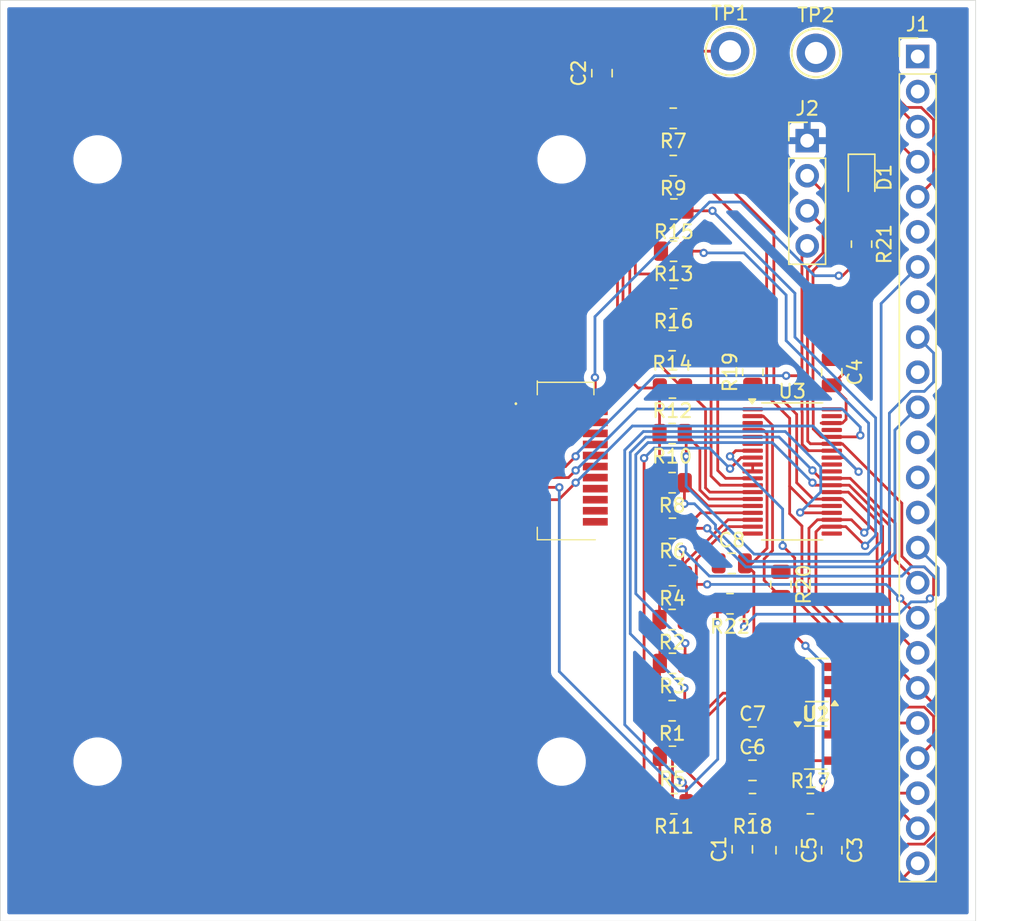
<source format=kicad_pcb>
(kicad_pcb (version 20240108) (generator "pcbnew") (generator_version "8.0")
  (layers (0 "F.Cu" signal) (31 "B.Cu" signal) (34 "B.Paste" user) (35 "F.Paste" user) (36 "B.SilkS" user "B.Silkscreen") (37 "F.SilkS" user "F.Silkscreen") (38 "B.Mask" user) (39 "F.Mask" user) (44 "Edge.Cuts" user))
  (net 0 "")
  (net 1 "GNDA")
  (net 2 "VDDA")
  (net 3 "+2V5")
  (net 4 "+3.3V")
  (net 5 "GND")
  (net 6 "Net-(C6-Pad2)")
  (net 7 "Net-(U2-+)")
  (net 8 "Net-(D1-A)")
  (net 9 "/SPI1_SCK")
  (net 10 "/SPI1_MOSI")
  (net 11 "/SPI1_MISO")
  (net 12 "/temp1")
  (net 13 "/temp9")
  (net 14 "/temp2")
  (net 15 "/temp10")
  (net 16 "/temp3")
  (net 17 "/temp11")
  (net 18 "/temp4")
  (net 19 "/temp12")
  (net 20 "/temp5")
  (net 21 "/temp13")
  (net 22 "/temp6")
  (net 23 "/temp14")
  (net 24 "/temp7")
  (net 25 "/temp15")
  (net 26 "/temp8")
  (net 27 "/temp16")
  (net 28 "/MUXOUT")
  (net 29 "Net-(U3-GPIO2)")
  (net 30 "Net-(U3-GPIO3)")
  (net 31 "Net-(U4-SPI1_MOSI)")
  (net 33 "/ADCIN")
  (net 36 "/SPI1_NSS")
  (footprint "Connector_PinHeader_2.54mm:PinHeader_1x04_P2.54mm_Vertical" (layer "F.Cu") (at 113.792 67.818)
    (property "Reference" "J2")
    (property "Value" "TEMPSPIANALYZER")
  )
  (footprint "Capacitor_SMD:C_0805_2012Metric" (layer "F.Cu") (at 109.8315 110.998)
    (property "Reference" "C7")
    (property "Value" "47nF")
  )
  (footprint "Resistor_SMD:R_0805_2012Metric" (layer "F.Cu") (at 104.14 115.824 180)
    (property "Reference" "R11")
    (property "Value" "10k")
  )
  (footprint "Resistor_SMD:R_0805_2012Metric" (layer "F.Cu") (at 104.1165 75.819 180)
    (property "Reference" "R13")
    (property "Value" "10k")
  )
  (footprint "Capacitor_SMD:C_0805_2012Metric" (layer "F.Cu") (at 109.093 119.126 90)
    (property "Reference" "C1")
    (property "Value" "10uF")
  )
  (footprint "Resistor_SMD:R_0805_2012Metric" (layer "F.Cu") (at 108.204 101.346 180)
    (property "Reference" "R22")
    (property "Value" "50")
  )
  (footprint "Capacitor_SMD:C_0805_2012Metric" (layer "F.Cu") (at 115.57 84.582 -90)
    (property "Reference" "C4")
    (property "Value" "1uF")
  )
  (footprint "Resistor_SMD:R_0805_2012Metric" (layer "F.Cu") (at 109.855 84.582 90)
    (property "Reference" "R19")
    (property "Value" "100k")
  )
  (footprint "Resistor_SMD:R_0805_2012Metric" (layer "F.Cu") (at 104.013 89.027 180)
    (property "Reference" "R10")
    (property "Value" "10k")
  )
  (footprint "Capacitor_SMD:C_0805_2012Metric" (layer "F.Cu") (at 98.933 62.931 90)
    (property "Reference" "C2")
    (property "Value" "1uF")
  )
  (footprint "Resistor_SMD:R_0805_2012Metric" (layer "F.Cu") (at 104.093 66.196 180)
    (property "Reference" "R7")
    (property "Value" "10k")
  )
  (footprint "Resistor_SMD:R_0805_2012Metric" (layer "F.Cu") (at 104.0365 99.314 180)
    (property "Reference" "R4")
    (property "Value" "10k")
  )
  (footprint "Capacitor_SMD:C_0805_2012Metric" (layer "F.Cu") (at 108.331 98.425)
    (property "Reference" "C8")
    (property "Value" "10uF")
  )
  (footprint "Package_TO_SOT_SMD:SOT-23-5" (layer "F.Cu") (at 114.4035 111.76)
    (property "Reference" "U2")
    (property "Value" "LM321")
  )
  (footprint "Package_TO_SOT_SMD:SOT-23-5" (layer "F.Cu") (at 114.486249 106.873 180)
    (property "Reference" "U1")
    (property "Value" "MIC5317-2.5xM5")
  )
  (footprint "Capacitor_SMD:C_0805_2012Metric" (layer "F.Cu") (at 109.8315 113.411)
    (property "Reference" "C6")
    (property "Value" "47nF")
  )
  (footprint "Resistor_SMD:R_0805_2012Metric" (layer "F.Cu") (at 104.013 82.296 180)
    (property "Reference" "R14")
    (property "Value" "10k")
  )
  (footprint "Resistor_SMD:R_0805_2012Metric" (layer "F.Cu") (at 104.013 92.583 180)
    (property "Reference" "R8")
    (property "Value" "10k")
  )
  (footprint "TestPoint:TestPoint_Keystone_5005-5009_Compact" (layer "F.Cu") (at 114.427 61.468)
    (property "Reference" "TP2")
    (property "Value" "TestPoint")
  )
  (footprint "Resistor_SMD:R_0805_2012Metric" (layer "F.Cu") (at 104.0365 112.395 180)
    (property "Reference" "R5")
    (property "Value" "10k")
  )
  (footprint "Resistor_SMD:R_0805_2012Metric" (layer "F.Cu") (at 109.8315 115.824 180)
    (property "Reference" "R18")
    (property "Value" "4.7k")
  )
  (footprint "Resistor_SMD:R_0805_2012Metric" (layer "F.Cu") (at 104.14 72.771 180)
    (property "Reference" "R15")
    (property "Value" "10k")
  )
  (footprint "Resistor_SMD:R_0805_2012Metric" (layer "F.Cu") (at 104.0365 85.725 180)
    (property "Reference" "R12")
    (property "Value" "10k")
  )
  (footprint "UTSVT_Special:PeripheralSOM" (layer "F.Cu") (at 77.97426 87.78826)
    (property "Reference" "U4" (hide yes))
    (property "Value" "~" (hide yes))
  )
  (footprint "Resistor_SMD:R_0805_2012Metric" (layer "F.Cu") (at 104.1165 79.248 180)
    (property "Reference" "R16")
    (property "Value" "10k")
  )
  (footprint "Resistor_SMD:R_0805_2012Metric" (layer "F.Cu") (at 104.093 69.625 180)
    (property "Reference" "R9")
    (property "Value" "10k")
  )
  (footprint "Resistor_SMD:R_0805_2012Metric" (layer "F.Cu") (at 111.887 99.949 -90)
    (property "Reference" "R20")
    (property "Value" "100k")
  )
  (footprint "Resistor_SMD:R_0805_2012Metric" (layer "F.Cu") (at 104.013 109.093 180)
    (property "Reference" "R1")
    (property "Value" "10k")
  )
  (footprint "Resistor_SMD:R_0805_2012Metric" (layer "F.Cu") (at 117.729 75.311 -90)
    (property "Reference" "R21")
    (property "Value" "1k")
  )
  (footprint "LED_SMD:LED_0805_2012Metric" (layer "F.Cu") (at 117.729 70.485 -90)
    (property "Reference" "D1")
    (property "Value" "Green")
  )
  (footprint "Resistor_SMD:R_0805_2012Metric" (layer "F.Cu") (at 104.013 102.489 180)
    (property "Reference" "R2")
    (property "Value" "10k")
  )
  (footprint "Capacitor_SMD:C_0805_2012Metric" (layer "F.Cu") (at 115.57 119.192 -90)
    (property "Reference" "C3")
    (property "Value" "1uF")
  )
  (footprint "Resistor_SMD:R_0805_2012Metric" (layer "F.Cu") (at 104.0365 95.885 180)
    (property "Reference" "R6")
    (property "Value" "10k")
  )
  (footprint "Resistor_SMD:R_0805_2012Metric" (layer "F.Cu") (at 114.0225 115.824)
    (property "Reference" "R17")
    (property "Value" "4.7k")
  )
  (footprint "Connector_PinHeader_2.54mm:PinHeader_1x24_P2.54mm_Vertical" (layer "F.Cu") (at 121.793 61.722)
    (property "Reference" "J1")
    (property "Value" "Conn_01x24_Female")
  )
  (footprint "TestPoint:TestPoint_Keystone_5005-5009_Compact" (layer "F.Cu") (at 108.204 61.341)
    (property "Reference" "TP1")
    (property "Value" "TestPoint")
  )
  (footprint "Capacitor_SMD:C_0805_2012Metric" (layer "F.Cu") (at 112.268 119.192 -90)
    (property "Reference" "C5")
    (property "Value" "1uF")
  )
  (footprint "Package_SO:TSSOP-38_4.4x9.7mm_P0.5mm" (layer "F.Cu") (at 112.7075 91.766)
    (property "Reference" "U3")
    (property "Value" "ADS7953SBDBT")
  )
  (footprint "Resistor_SMD:R_0805_2012Metric" (layer "F.Cu") (at 104.0365 105.664 180)
    (property "Reference" "R3")
    (property "Value" "10k")
  )
  (gr_rect (start 55.372 57.658) (end 125.984 124.333) (stroke (width 0.05)) (fill none) (layer "Edge.Cuts"))
  (segment (start 109.845 91.766) (end 109.845 91.266) (width 0.2) (layer "F.Cu") (net 1))
  (segment (start 116.652 110.81) (end 116.948 111.106) (width 0.2) (layer "F.Cu") (net 2))
  (segment (start 116.286248 105.923) (end 116.713 106.349752) (width 0.2) (layer "F.Cu") (net 2))
  (segment (start 115.623749 107.823) (end 114.96125 107.823) (width 0.2) (layer "F.Cu") (net 2))
  (segment (start 115.623749 105.923) (end 116.286248 105.923) (width 0.2) (layer "F.Cu") (net 2))
  (segment (start 112.268 118.242) (end 109.159 118.242) (width 0.2) (layer "F.Cu") (net 2))
  (segment (start 116.948 111.106) (end 116.948 116.864) (width 0.2) (layer "F.Cu") (net 2))
  (segment (start 116.713 106.349752) (end 116.713 107.396248) (width 0.2) (layer "F.Cu") (net 2))
  (segment (start 115.541 110.81) (end 116.652 110.81) (width 0.2) (layer "F.Cu") (net 2))
  (segment (start 115.57 118.242) (end 112.268 118.242) (width 0.2) (layer "F.Cu") (net 2))
  (segment (start 109.159 118.242) (end 109.093 118.176) (width 0.2) (layer "F.Cu") (net 2))
  (segment (start 116.713 107.396248) (end 116.286248 107.823) (width 0.2) (layer "F.Cu") (net 2))
  (segment (start 115.541 107.905749) (end 115.623749 107.823) (width 0.2) (layer "F.Cu") (net 2))
  (segment (start 115.541 110.81) (end 115.541 107.905749) (width 0.2) (layer "F.Cu") (net 2))
  (segment (start 116.286248 107.823) (end 115.623749 107.823) (width 0.2) (layer "F.Cu") (net 2))
  (segment (start 115.055249 105.923) (end 115.623749 105.923) (width 0.2) (layer "F.Cu") (net 2))
  (segment (start 116.948 116.864) (end 115.57 118.242) (width 0.2) (layer "F.Cu") (net 2))
  (segment (start 109.789 98.425) (end 109.281 98.425) (width 0.2) (layer "F.Cu") (net 3))
  (segment (start 103.1005 85.7485) (end 103.124 85.725) (width 0.2) (layer "F.Cu") (net 3))
  (segment (start 103.1005 112.3715) (end 103.124 112.395) (width 0.2) (layer "F.Cu") (net 3))
  (segment (start 98.933 63.881) (end 100.33 63.881) (width 0.2) (layer "F.Cu") (net 3))
  (segment (start 110.8825 97.3315) (end 109.789 98.425) (width 0.2) (layer "F.Cu") (net 3))
  (segment (start 104.898744 110.617) (end 103.1005 110.617) (width 0.2) (layer "F.Cu") (net 3))
  (segment (start 103.124 99.314) (end 103.124 95.885) (width 0.2) (layer "F.Cu") (net 3))
  (segment (start 100.057 66.001314) (end 100.057 84.239685) (width 0.2) (layer "F.Cu") (net 3))
  (segment (start 109.845 88.766) (end 110.61491 88.766) (width 0.2) (layer "F.Cu") (net 3))
  (segment (start 101.253657 64.804657) (end 100.057 66.001314) (width 0.2) (layer "F.Cu") (net 3))
  (segment (start 103.1005 102.489) (end 103.1005 99.3375) (width 0.2) (layer "F.Cu") (net 3))
  (segment (start 103.1005 89.027) (end 103.1005 92.583) (width 0.2) (layer "F.Cu") (net 3))
  (segment (start 107.692744 107.823) (end 104.898744 110.617) (width 0.2) (layer "F.Cu") (net 3))
  (segment (start 100.057 84.239685) (end 101.542315 85.725) (width 0.2) (layer "F.Cu") (net 3))
  (segment (start 103.1005 89.027) (end 103.1005 85.7485) (width 0.2) (layer "F.Cu") (net 3))
  (segment (start 103.1005 99.3375) (end 103.124 99.314) (width 0.2) (layer "F.Cu") (net 3))
  (segment (start 110.8825 89.03359) (end 110.8825 97.3315) (width 0.2) (layer "F.Cu") (net 3))
  (segment (start 103.124 105.664) (end 103.124 102.5125) (width 0.2) (layer "F.Cu") (net 3))
  (segment (start 108.204 61.341) (end 104.717314 61.341) (width 0.2) (layer "F.Cu") (net 3))
  (segment (start 113.348749 107.823) (end 107.692744 107.823) (width 0.2) (layer "F.Cu") (net 3))
  (segment (start 103.124 112.395) (end 103.124 115.7205) (width 0.2) (layer "F.Cu") (net 3))
  (segment (start 103.1005 109.093) (end 103.1005 105.6875) (width 0.2) (layer "F.Cu") (net 3))
  (segment (start 103.1005 110.617) (end 103.1005 112.3715) (width 0.2) (layer "F.Cu") (net 3))
  (segment (start 103.1005 105.6875) (end 103.124 105.664) (width 0.2) (layer "F.Cu") (net 3))
  (segment (start 113.348749 107.823) (end 109.929 104.403251) (width 0.2) (layer "F.Cu") (net 3))
  (segment (start 103.124 95.885) (end 103.124 92.6065) (width 0.2) (layer "F.Cu") (net 3))
  (segment (start 103.1005 109.093) (end 103.1005 110.617) (width 0.2) (layer "F.Cu") (net 3))
  (segment (start 110.61491 88.766) (end 110.8825 89.03359) (width 0.2) (layer "F.Cu") (net 3))
  (segment (start 103.124 92.6065) (end 103.1005 92.583) (width 0.2) (layer "F.Cu") (net 3))
  (segment (start 109.929 104.403251) (end 109.929 99.073) (width 0.2) (layer "F.Cu") (net 3))
  (segment (start 103.124 102.5125) (end 103.1005 102.489) (width 0.2) (layer "F.Cu") (net 3))
  (segment (start 103.124 78.7165) (end 103.2275 78.613) (width 0.2) (layer "F.Cu") (net 3))
  (segment (start 109.929 99.073) (end 109.281 98.425) (width 0.2) (layer "F.Cu") (net 3))
  (segment (start 100.33 63.881) (end 101.253657 64.804657) (width 0.2) (layer "F.Cu") (net 3))
  (segment (start 101.542315 85.725) (end 103.124 85.725) (width 0.2) (layer "F.Cu") (net 3))
  (segment (start 103.124 115.7205) (end 103.2275 115.824) (width 0.2) (layer "F.Cu") (net 3))
  (segment (start 104.717314 61.341) (end 101.253657 64.804657) (width 0.2) (layer "F.Cu") (net 3))
  (segment (start 96.266 87.69652) (end 96.266 88.89526) (width 0.2) (layer "F.Cu") (net 4))
  (segment (start 97.34926 86.61326) (end 96.266 87.69652) (width 0.2) (layer "F.Cu") (net 4))
  (segment (start 115.57 85.532) (end 117.729 83.373) (width 0.2) (layer "F.Cu") (net 4))
  (segment (start 116.33991 88.266) (end 116.6075 87.99841) (width 0.2) (layer "F.Cu") (net 4))
  (segment (start 116.078 77.597) (end 116.3555 77.597) (width 0.2) (layer "F.Cu") (net 4))
  (segment (start 115.57 88.266) (end 114.80009 88.266) (width 0.2) (layer "F.Cu") (net 4))
  (segment (start 96.266 88.89526) (end 95.348 89.81326) (width 0.2) (layer "F.Cu") (net 4))
  (segment (start 98.44926 86.61326) (end 98.44926 84.98726) (width 0.2) (layer "F.Cu") (net 4))
  (segment (start 95.348 89.81326) (end 94.14926 89.81326) (width 0.2) (layer "F.Cu") (net 4))
  (segment (start 116.6075 86.5695) (end 115.57 85.532) (width 0.2) (layer "F.Cu") (net 4))
  (segment (start 98.44926 84.98726) (end 98.425 84.963) (width 0.2) (layer "F.Cu") (net 4))
  (segment (start 115.57 88.266) (end 116.33991 88.266) (width 0.2) (layer "F.Cu") (net 4))
  (segment (start 116.3555 77.597) (end 117.729 76.2235) (width 0.2) (layer "F.Cu") (net 4))
  (segment (start 116.6075 87.99841) (end 116.6075 86.5695) (width 0.2) (layer "F.Cu") (net 4))
  (segment (start 98.44926 86.61326) (end 97.34926 86.61326) (width 0.2) (layer "F.Cu") (net 4))
  (segment (start 117.729 83.373) (end 117.729 76.2235) (width 0.2) (layer "F.Cu") (net 4))
  (via (at 116.078 77.597) (size 0.6) (drill 0.3) (layers "F.Cu" "B.Cu") (net 4))
  (via (at 98.425 84.963) (size 0.6) (drill 0.3) (layers "F.Cu" "B.Cu") (net 4))
  (segment (start 106.720471 72.263) (end 108.990654 72.263) (width 0.2) (layer "B.Cu") (net 4))
  (segment (start 114.324654 77.597) (end 116.078 77.597) (width 0.2) (layer "B.Cu") (net 4))
  (segment (start 98.425 84.963) (end 98.425 80.558471) (width 0.2) (layer "B.Cu") (net 4))
  (segment (start 108.990654 72.263) (end 114.324654 77.597) (width 0.2) (layer "B.Cu") (net 4))
  (segment (start 98.425 80.558471) (end 106.720471 72.263) (width 0.2) (layer "B.Cu") (net 4))
  (segment (start 108.919 115.824) (end 108.919 115.2735) (width 0.2) (layer "F.Cu") (net 6))
  (segment (start 112.11 116.824) (end 113.11 115.824) (width 0.2) (layer "F.Cu") (net 6))
  (segment (start 109.919 116.824) (end 112.11 116.824) (width 0.2) (layer "F.Cu") (net 6))
  (segment (start 108.919 115.824) (end 109.919 116.824) (width 0.2) (layer "F.Cu") (net 6))
  (segment (start 108.919 115.2735) (end 110.7815 113.411) (width 0.2) (layer "F.Cu") (net 6))
  (segment (start 111.5815 114.9865) (end 110.744 115.824) (width 0.2) (layer "F.Cu") (net 7))
  (segment (start 111.5815 111.798) (end 111.5815 114.9865) (width 0.2) (layer "F.Cu") (net 7))
  (segment (start 113.078 110.998) (end 113.266 110.81) (width 0.2) (layer "F.Cu") (net 7))
  (segment (start 113.266 110.81) (end 110.9695 110.81) (width 0.2) (layer "F.Cu") (net 7))
  (segment (start 110.9695 110.81) (end 110.7815 110.998) (width 0.2) (layer "F.Cu") (net 7))
  (segment (start 110.7815 110.998) (end 111.5815 111.798) (width 0.2) (layer "F.Cu") (net 7))
  (segment (start 117.729 74.3985) (end 117.729 71.4225) (width 0.2) (layer "F.Cu") (net 8))
  (segment (start 113.43 89.808) (end 113.888 90.266) (width 0.2) (layer "F.Cu") (net 9))
  (segment (start 96.29274 91.41326) (end 94.14926 91.41326) (width 0.2) (layer "F.Cu") (net 9))
  (segment (start 97.028 90.678) (end 96.29274 91.41326) (width 0.2) (layer "F.Cu") (net 9))
  (segment (start 113.888 90.266) (end 115.57 90.266) (width 0.2) (layer "F.Cu") (net 9))
  (segment (start 113.411 84.836) (end 112.268 84.836) (width 0.2) (layer "F.Cu") (net 9))
  (segment (start 113.411 87.445314) (end 113.43 87.464314) (width 0.2) (layer "F.Cu") (net 9))
  (segment (start 113.411 75.819) (end 113.411 84.836) (width 0.2) (layer "F.Cu") (net 9))
  (segment (start 113.411 84.836) (end 113.411 87.445314) (width 0.2) (layer "F.Cu") (net 9))
  (segment (start 113.43 87.464314) (end 113.43 89.808) (width 0.2) (layer "F.Cu") (net 9))
  (segment (start 113.792 75.438) (end 113.411 75.819) (width 0.2) (layer "F.Cu") (net 9))
  (via (at 97.028 90.678) (size 0.6) (drill 0.3) (layers "F.Cu" "B.Cu") (net 9))
  (via (at 112.268 84.836) (size 0.6) (drill 0.3) (layers "F.Cu" "B.Cu") (net 9))
  (segment (start 102.743 84.836) (end 112.268 84.836) (width 0.2) (layer "B.Cu") (net 9))
  (segment (start 97.028 90.551) (end 102.743 84.836) (width 0.2) (layer "B.Cu") (net 9))
  (segment (start 97.028 90.678) (end 97.028 90.551) (width 0.2) (layer "B.Cu") (net 9))
  (segment (start 116.33991 89.766) (end 115.57 89.766) (width 0.2) (layer "F.Cu") (net 10))
  (segment (start 114.942 75.939) (end 114.942 74.048) (width 0.2) (layer "F.Cu") (net 10))
  (segment (start 113.83 89.573) (end 113.83 87.298629) (width 0.2) (layer "F.Cu") (net 10))
  (segment (start 122.943 100.704) (end 122.943 99.345654) (width 0.2) (layer "F.Cu") (net 10))
  (segment (start 109.22 101.4495) (end 109.1165 101.346) (width 0.2) (layer "F.Cu") (net 10))
  (segment (start 114.023 89.766) (end 113.83 89.573) (width 0.2) (layer "F.Cu") (net 10))
  (segment (start 120.643 94.06909) (end 116.33991 89.766) (width 0.2) (layer "F.Cu") (net 10))
  (segment (start 115.57 89.766) (end 114.023 89.766) (width 0.2) (layer "F.Cu") (net 10))
  (segment (start 122.682 100.965) (end 122.943 100.704) (width 0.2) (layer "F.Cu") (net 10))
  (segment (start 114.942 74.048) (end 113.792 72.898) (width 0.2) (layer "F.Cu") (net 10))
  (segment (start 122.943 99.345654) (end 122.269346 98.672) (width 0.2) (layer "F.Cu") (net 10))
  (segment (start 120.643 97.91) (end 120.643 94.06909) (width 0.2) (layer "F.Cu") (net 10))
  (segment (start 122.269346 98.672) (end 121.405 98.672) (width 0.2) (layer "F.Cu") (net 10))
  (segment (start 109.22 102.997) (end 109.22 101.4495) (width 0.2) (layer "F.Cu") (net 10))
  (segment (start 113.83 87.298629) (end 113.811 87.279629) (width 0.2) (layer "F.Cu") (net 10))
  (segment (start 121.405 98.672) (end 120.643 97.91) (width 0.2) (layer "F.Cu") (net 10))
  (segment (start 113.811 77.07) (end 114.942 75.939) (width 0.2) (layer "F.Cu") (net 10))
  (segment (start 113.811 87.279629) (end 113.811 77.07) (width 0.2) (layer "F.Cu") (net 10))
  (via (at 122.682 100.965) (size 0.6) (drill 0.3) (layers "F.Cu" "B.Cu") (net 10))
  (via (at 109.22 102.997) (size 0.6) (drill 0.3) (layers "F.Cu" "B.Cu") (net 10))
  (segment (start 120.420654 102.108) (end 110.109 102.108) (width 0.2) (layer "B.Cu") (net 10))
  (segment (start 122.435 101.212) (end 121.316654 101.212) (width 0.2) (layer "B.Cu") (net 10))
  (segment (start 121.316654 101.212) (end 120.420654 102.108) (width 0.2) (layer "B.Cu") (net 10))
  (segment (start 110.109 102.108) (end 109.22 102.997) (width 0.2) (layer "B.Cu") (net 10))
  (segment (start 122.682 100.965) (end 122.435 101.212) (width 0.2) (layer "B.Cu") (net 10))
  (segment (start 114.23 88.69591) (end 114.23 87.132944) (width 0.2) (layer "F.Cu") (net 11))
  (segment (start 114.211 87.113944) (end 114.211 77.235686) (width 0.2) (layer "F.Cu") (net 11))
  (segment (start 114.23 87.132944) (end 114.211 87.113944) (width 0.2) (layer "F.Cu") (net 11))
  (segment (start 117.637 89.154) (end 117.525 89.266) (width 0.2) (layer "F.Cu") (net 11))
  (segment (start 115.342 71.908) (end 113.792 70.358) (width 0.2) (layer "F.Cu") (net 11))
  (segment (start 115.342 76.104686) (end 115.342 71.908) (width 0.2) (layer "F.Cu") (net 11))
  (segment (start 114.80009 89.266) (end 114.23 88.69591) (width 0.2) (layer "F.Cu") (net 11))
  (segment (start 114.211 77.235686) (end 115.342 76.104686) (width 0.2) (layer "F.Cu") (net 11))
  (segment (start 115.57 89.266) (end 114.80009 89.266) (width 0.2) (layer "F.Cu") (net 11))
  (segment (start 97.028 91.694) (end 96.50874 92.21326) (width 0.2) (layer "F.Cu") (net 11))
  (segment (start 117.525 89.266) (end 115.57 89.266) (width 0.2) (layer "F.Cu") (net 11))
  (segment (start 96.50874 92.21326) (end 94.14926 92.21326) (width 0.2) (layer "F.Cu") (net 11))
  (via (at 97.028 91.694) (size 0.6) (drill 0.3) (layers "F.Cu" "B.Cu") (net 11))
  (via (at 117.637 89.154) (size 0.6) (drill 0.3) (layers "F.Cu" "B.Cu") (net 11))
  (segment (start 101.473 87.249) (end 116.332 87.249) (width 0.2) (layer "B.Cu") (net 11))
  (segment (start 97.028 91.694) (end 101.473 87.249) (width 0.2) (layer "B.Cu") (net 11))
  (segment (start 117.637 88.554) (end 117.637 89.154) (width 0.2) (layer "B.Cu") (net 11))
  (segment (start 116.332 87.249) (end 117.637 88.554) (width 0.2) (layer "B.Cu") (net 11))
  (segment (start 114.745 92.266) (end 115.57 92.266) (width 0.2) (layer "F.Cu") (net 12))
  (segment (start 104.9255 109.093) (end 104.9255 107.4655) (width 0.2) (layer "F.Cu") (net 12))
  (segment (start 120.161 98.19) (end 120.161 95.523) (width 0.2) (layer "F.Cu") (net 12))
  (segment (start 114.173 91.694) (end 114.745 92.266) (width 0.2) (layer "F.Cu") (net 12))
  (segment (start 120.161 95.523) (end 116.904 92.266) (width 0.2) (layer "F.Cu") (net 12))
  (segment (start 116.904 92.266) (end 115.57 92.266) (width 0.2) (layer "F.Cu") (net 12))
  (segment (start 121.793 99.822) (end 120.161 98.19) (width 0.2) (layer "F.Cu") (net 12))
  (segment (start 104.9255 107.4655) (end 104.902 107.442) (width 0.2) (layer "F.Cu") (net 12))
  (via (at 114.173 91.694) (size 0.6) (drill 0.3) (layers "F.Cu" "B.Cu") (net 12))
  (via (at 104.902 107.442) (size 0.6) (drill 0.3) (layers "F.Cu" "B.Cu") (net 12))
  (segment (start 102.093785 89.278) (end 111.757 89.278) (width 0.2) (layer "B.Cu") (net 12))
  (segment (start 111.757 89.278) (end 114.173 91.694) (width 0.2) (layer "B.Cu") (net 12))
  (segment (start 100.981 90.390785) (end 102.093785 89.278) (width 0.2) (layer "B.Cu") (net 12))
  (segment (start 100.981 103.521) (end 100.981 90.390785) (width 0.2) (layer "B.Cu") (net 12))
  (segment (start 104.902 107.442) (end 100.981 103.521) (width 0.2) (layer "B.Cu") (net 12))
  (segment (start 105.7615 99.949) (end 105.7615 98.131186) (width 0.2) (layer "F.Cu") (net 13))
  (segment (start 104.9255 102.489) (end 105.7615 101.653) (width 0.2) (layer "F.Cu") (net 13))
  (segment (start 106.553 99.949) (end 105.7615 99.949) (width 0.2) (layer "F.Cu") (net 13))
  (segment (start 105.7615 98.131186) (end 108.126686 95.766) (width 0.2) (layer "F.Cu") (net 13))
  (segment (start 121.793 102.362) (end 121.793 102.235) (width 0.2) (layer "F.Cu") (net 13))
  (segment (start 108.126686 95.766) (end 109.845 95.766) (width 0.2) (layer "F.Cu") (net 13))
  (segment (start 121.793 102.235) (end 120.523 100.965) (width 0.2) (layer "F.Cu") (net 13))
  (segment (start 105.7615 101.653) (end 105.7615 99.949) (width 0.2) (layer "F.Cu") (net 13))
  (via (at 120.523 100.965) (size 0.6) (drill 0.3) (layers "F.Cu" "B.Cu") (net 13))
  (via (at 106.553 99.949) (size 0.6) (drill 0.3) (layers "F.Cu" "B.Cu") (net 13))
  (segment (start 119.507 99.949) (end 106.553 99.949) (width 0.2) (layer "B.Cu") (net 13))
  (segment (start 120.523 100.965) (end 119.507 99.949) (width 0.2) (layer "B.Cu") (net 13))
  (segment (start 114.173 92.583) (end 114.356 92.766) (width 0.2) (layer "F.Cu") (net 14))
  (segment (start 114.356 92.766) (end 115.57 92.766) (width 0.2) (layer "F.Cu") (net 14))
  (segment (start 119.761 95.688686) (end 119.761 102.87) (width 0.2) (layer "F.Cu") (net 14))
  (segment (start 104.949 105.664) (end 104.949 104.22) (width 0.2) (layer "F.Cu") (net 14))
  (segment (start 116.838314 92.766) (end 119.761 95.688686) (width 0.2) (layer "F.Cu") (net 14))
  (segment (start 104.949 104.22) (end 104.9655 104.2035) (width 0.2) (layer "F.Cu") (net 14))
  (segment (start 119.761 102.87) (end 121.793 104.902) (width 0.2) (layer "F.Cu") (net 14))
  (segment (start 115.57 92.766) (end 116.838314 92.766) (width 0.2) (layer "F.Cu") (net 14))
  (via (at 114.173 92.583) (size 0.6) (drill 0.3) (layers "F.Cu" "B.Cu") (net 14))
  (via (at 104.9655 104.2035) (size 0.6) (drill 0.3) (layers "F.Cu" "B.Cu") (net 14))
  (segment (start 102.259471 89.678) (end 101.381 90.556471) (width 0.2) (layer "B.Cu") (net 14))
  (segment (start 101.381 90.556471) (end 101.381 100.619) (width 0.2) (layer "B.Cu") (net 14))
  (segment (start 111.268 89.678) (end 102.259471 89.678) (width 0.2) (layer "B.Cu") (net 14))
  (segment (start 101.381 100.619) (end 104.9655 104.2035) (width 0.2) (layer "B.Cu") (net 14))
  (segment (start 114.173 92.583) (end 111.268 89.678) (width 0.2) (layer "B.Cu") (net 14))
  (segment (start 104.775 99.14) (end 104.949 99.314) (width 0.2) (layer "F.Cu") (net 15))
  (segment (start 104.949 98.378) (end 108.061 95.266) (width 0.2) (layer "F.Cu") (net 15))
  (segment (start 104.775 97.409) (end 104.775 99.14) (width 0.2) (layer "F.Cu") (net 15))
  (segment (start 104.949 99.314) (end 104.949 98.378) (width 0.2) (layer "F.Cu") (net 15))
  (segment (start 108.061 95.266) (end 109.845 95.266) (width 0.2) (layer "F.Cu") (net 15))
  (via (at 104.775 97.409) (size 0.6) (drill 0.3) (layers "F.Cu" "B.Cu") (net 15))
  (segment (start 123.282 99.684654) (end 122.269346 98.672) (width 0.2) (layer "B.Cu") (net 15))
  (segment (start 120.639654 99.349) (end 106.715 99.349) (width 0.2) (layer "B.Cu") (net 15))
  (segment (start 122.269346 98.672) (end 121.316654 98.672) (width 0.2) (layer "B.Cu") (net 15))
  (segment (start 123.282 98.771) (end 123.282 100.716471) (width 0.2) (layer "B.Cu") (net 15))
  (segment (start 121.793 97.282) (end 123.282 98.771) (width 0.2) (layer "B.Cu") (net 15))
  (segment (start 106.715 99.349) (end 104.775 97.409) (width 0.2) (layer "B.Cu") (net 15))
  (segment (start 123.282 100.716471) (end 123.282 99.684654) (width 0.2) (layer "B.Cu") (net 15))
  (segment (start 121.316654 98.672) (end 120.639654 99.349) (width 0.2) (layer "B.Cu") (net 15))
  (segment (start 121.088814 118.752) (end 122.269346 118.752) (width 0.2) (layer "F.Cu") (net 16))
  (segment (start 115.57 93.266) (end 116.772628 93.266) (width 0.2) (layer "F.Cu") (net 16))
  (segment (start 106.299 119.126) (end 108.331 121.158) (width 0.2) (layer "F.Cu") (net 16))
  (segment (start 119.253 95.746372) (end 119.253 104.902) (width 0.2) (layer "F.Cu") (net 16))
  (segment (start 104.949 113.351244) (end 106.299 114.701244) (width 0.2) (layer "F.Cu") (net 16))
  (segment (start 106.299 114.701244) (end 106.299 119.126) (width 0.2) (layer "F.Cu") (net 16))
  (segment (start 123.571 109.22) (end 121.793 107.442) (width 0.2) (layer "F.Cu") (net 16))
  (segment (start 118.682814 121.158) (end 121.088814 118.752) (width 0.2) (layer "F.Cu") (net 16))
  (segment (start 119.253 104.902) (end 121.793 107.442) (width 0.2) (layer "F.Cu") (net 16))
  (segment (start 116.772628 93.266) (end 119.253 95.746372) (width 0.2) (layer "F.Cu") (net 16))
  (segment (start 108.331 121.158) (end 118.682814 121.158) (width 0.2) (layer "F.Cu") (net 16))
  (segment (start 104.949 112.395) (end 104.949 113.351244) (width 0.2) (layer "F.Cu") (net 16))
  (segment (start 123.571 117.450346) (end 123.571 109.22) (width 0.2) (layer "F.Cu") (net 16))
  (segment (start 122.269346 118.752) (end 123.571 117.450346) (width 0.2) (layer "F.Cu") (net 16))
  (segment (start 106.068 94.766) (end 109.845 94.766) (width 0.2) (layer "F.Cu") (net 17))
  (segment (start 104.949 95.885) (end 106.068 94.766) (width 0.2) (layer "F.Cu") (net 17))
  (segment (start 106.553 95.885) (end 104.949 95.885) (width 0.2) (layer "F.Cu") (net 17))
  (via (at 106.553 95.885) (size 0.6) (drill 0.3) (layers "F.Cu" "B.Cu") (net 17))
  (segment (start 120.142 88.773) (end 120.142 97.663) (width 0.2) (layer "B.Cu") (net 17))
  (segment (start 120.142 97.663) (end 119.126 98.679) (width 0.2) (layer "B.Cu") (net 17))
  (segment (start 121.793 87.122) (end 120.142 88.773) (width 0.2) (layer "B.Cu") (net 17))
  (segment (start 119.126 98.679) (end 109.347 98.679) (width 0.2) (layer "B.Cu") (net 17))
  (segment (start 109.347 98.679) (end 106.553 95.885) (width 0.2) (layer "B.Cu") (net 17))
  (segment (start 113.03 92.583) (end 113.03 87.63) (width 0.2) (layer "F.Cu") (net 18))
  (segment (start 122.275 108.832) (end 122.943 109.5) (width 0.2) (layer "F.Cu") (net 18))
  (segment (start 114.213 93.766) (end 113.03 92.583) (width 0.2) (layer "F.Cu") (net 18))
  (segment (start 122.943 111.372) (end 121.793 112.522) (width 0.2) (layer "F.Cu") (net 18))
  (segment (start 118.853 106.788) (end 120.897 108.832) (width 0.2) (layer "F.Cu") (net 18))
  (segment (start 113.03 87.63) (end 111.379 85.979) (width 0.2) (layer "F.Cu") (net 18))
  (segment (start 118.853 96.27909) (end 118.853 106.788) (width 0.2) (layer "F.Cu") (net 18))
  (segment (start 115.57 93.766) (end 114.213 93.766) (width 0.2) (layer "F.Cu") (net 18))
  (segment (start 116.33991 93.766) (end 118.853 96.27909) (width 0.2) (layer "F.Cu") (net 18))
  (segment (start 105.0055 68.0485) (end 105.0055 66.196) (width 0.2) (layer "F.Cu") (net 18))
  (segment (start 111.379 85.979) (end 111.379 74.422) (width 0.2) (layer "F.Cu") (net 18))
  (segment (start 115.57 93.766) (end 116.33991 93.766) (width 0.2) (layer "F.Cu") (net 18))
  (segment (start 120.897 108.832) (end 122.275 108.832) (width 0.2) (layer "F.Cu") (net 18))
  (segment (start 111.379 74.422) (end 105.0055 68.0485) (width 0.2) (layer "F.Cu") (net 18))
  (segment (start 122.943 109.5) (end 122.943 111.372) (width 0.2) (layer "F.Cu") (net 18))
  (segment (start 104.902 94.107) (end 104.902 92.6065) (width 0.2) (layer "F.Cu") (net 19))
  (segment (start 106.6085 94.266) (end 109.845 94.266) (width 0.2) (layer "F.Cu") (net 19))
  (segment (start 104.902 92.6065) (end 104.9255 92.583) (width 0.2) (layer "F.Cu") (net 19))
  (segment (start 104.9255 92.583) (end 106.6085 94.266) (width 0.2) (layer "F.Cu") (net 19))
  (via (at 104.902 94.107) (size 0.6) (drill 0.3) (layers "F.Cu" "B.Cu") (net 19))
  (segment (start 121.316654 85.972) (end 119.742 87.546654) (width 0.2) (layer "B.Cu") (net 19))
  (segment (start 122.943 85.298346) (end 122.269346 85.972) (width 0.2) (layer "B.Cu") (net 19))
  (segment (start 121.793 82.042) (end 122.943 83.192) (width 0.2) (layer "B.Cu") (net 19))
  (segment (start 105.623529 94.107) (end 104.902 94.107) (width 0.2) (layer "B.Cu") (net 19))
  (segment (start 119.742 87.546654) (end 119.742 97.497314) (width 0.2) (layer "B.Cu") (net 19))
  (segment (start 119.742 97.497314) (end 118.960314 98.279) (width 0.2) (layer "B.Cu") (net 19))
  (segment (start 107.153 95.919314) (end 107.153 95.636471) (width 0.2) (layer "B.Cu") (net 19))
  (segment (start 118.960314 98.279) (end 109.512686 98.279) (width 0.2) (layer "B.Cu") (net 19))
  (segment (start 122.943 83.192) (end 122.943 85.298346) (width 0.2) (layer "B.Cu") (net 19))
  (segment (start 122.269346 85.972) (end 121.316654 85.972) (width 0.2) (layer "B.Cu") (net 19))
  (segment (start 107.153 95.636471) (end 105.623529 94.107) (width 0.2) (layer "B.Cu") (net 19))
  (segment (start 109.512686 98.279) (end 107.153 95.919314) (width 0.2) (layer "B.Cu") (net 19))
  (segment (start 112.522 94.828529) (end 113.411 95.717529) (width 0.2) (layer "F.Cu") (net 20))
  (segment (start 113.411 101.473) (end 117.348 105.41) (width 0.2) (layer "F.Cu") (net 20))
  (segment (start 105.0055 69.625) (end 110.855 75.4745) (width 0.2) (layer "F.Cu") (net 20))
  (segment (start 115.57 94.266) (end 114.80009 94.266) (width 0.2) (layer "F.Cu") (net 20))
  (segment (start 110.855 75.4745) (end 110.855 86.249) (width 0.2) (layer "F.Cu") (net 20))
  (segment (start 110.855 86.249) (end 112.522 87.916) (width 0.2) (layer "F.Cu") (net 20))
  (segment (start 117.348 105.41) (end 117.348 113.157) (width 0.2) (layer "F.Cu") (net 20))
  (segment (start 112.522 92.837) (end 112.522 94.828529) (width 0.2) (layer "F.Cu") (net 20))
  (segment (start 113.411 95.717529) (end 113.411 101.473) (width 0.2) (layer "F.Cu") (net 20))
  (segment (start 113.951 94.266) (end 115.57 94.266) (width 0.2) (layer "F.Cu") (net 20))
  (segment (start 112.522 87.916) (end 112.522 92.837) (width 0.2) (layer "F.Cu") (net 20))
  (segment (start 117.348 113.157) (end 121.793 117.602) (width 0.2) (layer "F.Cu") (net 20))
  (segment (start 112.522 92.837) (end 113.951 94.266) (width 0.2) (layer "F.Cu") (net 20))
  (segment (start 105.029 89.1305) (end 104.9255 89.027) (width 0.2) (layer "F.Cu") (net 21))
  (segment (start 104.9255 89.027) (end 106.022093 90.123593) (width 0.2) (layer "F.Cu") (net 21))
  (segment (start 106.022093 93.113907) (end 106.674186 93.766) (width 0.2) (layer "F.Cu") (net 21))
  (segment (start 106.022093 90.123593) (end 106.022093 93.113907) (width 0.2) (layer "F.Cu") (net 21))
  (segment (start 105.029 90.678) (end 105.029 89.1305) (width 0.2) (layer "F.Cu") (net 21))
  (segment (start 106.674186 93.766) (end 109.845 93.766) (width 0.2) (layer "F.Cu") (net 21))
  (via (at 105.029 90.678) (size 0.6) (drill 0.3) (layers "F.Cu" "B.Cu") (net 21))
  (segment (start 109.947 97.755) (end 105.029 92.837) (width 0.2) (layer "B.Cu") (net 21))
  (segment (start 119.145 96.139) (end 119.145 96.841529) (width 0.2) (layer "B.Cu") (net 21))
  (segment (start 121.793 76.962) (end 119.145 79.61) (width 0.2) (layer "B.Cu") (net 21))
  (segment (start 119.145 79.61) (end 119.145 96.139) (width 0.2) (layer "B.Cu") (net 21))
  (segment (start 105.029 92.837) (end 105.029 90.678) (width 0.2) (layer "B.Cu") (net 21))
  (segment (start 118.231529 97.755) (end 109.947 97.755) (width 0.2) (layer "B.Cu") (net 21))
  (segment (start 119.145 96.841529) (end 118.231529 97.755) (width 0.2) (layer "B.Cu") (net 21))
  (segment (start 113.284 94.742) (end 113.308 94.766) (width 0.2) (layer "F.Cu") (net 22))
  (segment (start 105.0525 114.5775) (end 104.775 114.3) (width 0.2) (layer "F.Cu") (net 22))
  (segment (start 113.308 94.766) (end 115.57 94.766) (width 0.2) (layer "F.Cu") (net 22))
  (segment (start 105.0525 115.824) (end 105.0525 119.5305) (width 0.2) (layer "F.Cu") (net 22))
  (segment (start 107.315 121.793) (end 120.142 121.793) (width 0.2) (layer "F.Cu") (net 22))
  (segment (start 105.0525 115.824) (end 105.0525 114.5775) (width 0.2) (layer "F.Cu") (net 22))
  (segment (start 120.142 121.793) (end 121.793 120.142) (width 0.2) (layer "F.Cu") (net 22))
  (segment (start 105.0525 119.5305) (end 107.315 121.793) (width 0.2) (layer "F.Cu") (net 22))
  (via (at 104.775 114.3) (size 0.6) (drill 0.3) (layers "F.Cu" "B.Cu") (net 22))
  (via (at 113.284 94.742) (size 0.6) (drill 0.3) (layers "F.Cu" "B.Cu") (net 22))
  (segment (start 114.773 93.253) (end 113.284 94.742) (width 0.2) (layer "B.Cu") (net 22))
  (segment (start 100.581 110.106) (end 100.581 90.225099) (width 0.2) (layer "B.Cu") (net 22))
  (segment (start 104.775 114.3) (end 100.581 110.106) (width 0.2) (layer "B.Cu") (net 22))
  (segment (start 100.581 90.225099) (end 101.928099 88.878) (width 0.2) (layer "B.Cu") (net 22))
  (segment (start 114.773 91.445471) (end 114.773 93.253) (width 0.2) (layer "B.Cu") (net 22))
  (segment (start 112.205529 88.878) (end 114.773 91.445471) (width 0.2) (layer "B.Cu") (net 22))
  (segment (start 101.928099 88.878) (end 112.205529 88.878) (width 0.2) (layer "B.Cu") (net 22))
  (segment (start 122.047 65.412) (end 120.968686 65.412) (width 0.2) (layer "F.Cu") (net 23))
  (segment (start 122.943 66.308) (end 122.047 65.412) (width 0.2) (layer "F.Cu") (net 23))
  (segment (start 100.457 84.074) (end 103.124 84.074) (width 0.2) (layer "F.Cu") (net 23))
  (segment (start 100.457 66.167) (end 100.457 84.074) (width 0.2) (layer "F.Cu") (net 23))
  (segment (start 104.775 85.725) (end 104.949 85.725) (width 0.2) (layer "F.Cu") (net 23))
  (segment (start 121.793 71.882) (end 122.943 70.732) (width 0.2) (layer "F.Cu") (net 23))
  (segment (start 122.943 70.732) (end 122.943 66.308) (width 0.2) (layer "F.Cu") (net 23))
  (segment (start 102.228 64.396) (end 100.457 66.167) (width 0.2) (layer "F.Cu") (net 23))
  (segment (start 106.431936 87.207936) (end 104.949 85.725) (width 0.2) (layer "F.Cu") (net 23))
  (segment (start 120.968686 65.412) (end 119.952686 64.396) (width 0.2) (layer "F.Cu") (net 23))
  (segment (start 106.739872 93.266) (end 106.431936 92.958064) (width 0.2) (layer "F.Cu") (net 23))
  (segment (start 119.952686 64.396) (end 102.228 64.396) (width 0.2) (layer "F.Cu") (net 23))
  (segment (start 109.845 93.266) (end 106.739872 93.266) (width 0.2) (layer "F.Cu") (net 23))
  (segment (start 106.431936 92.958064) (end 106.431936 87.207936) (width 0.2) (layer "F.Cu") (net 23))
  (segment (start 103.124 84.074) (end 104.775 85.725) (width 0.2) (layer "F.Cu") (net 23))
  (segment (start 119.818686 115.062) (end 117.837 113.080314) (width 0.2) (layer "F.Cu") (net 24))
  (segment (start 105.029 75.819) (end 106.172 75.819) (width 0.2) (layer "F.Cu") (net 24))
  (segment (start 113.919 95.885) (end 114.538 95.266) (width 0.2) (layer "F.Cu") (net 24))
  (segment (start 106.172 75.819) (end 106.299 75.946) (width 0.2) (layer "F.Cu") (net 24))
  (segment (start 116.99138 95.266) (end 115.57 95.266) (width 0.2) (layer "F.Cu") (net 24))
  (segment (start 121.793 115.062) (end 119.818686 115.062) (width 0.2) (layer "F.Cu") (net 24))
  (segment (start 117.837 105.137) (end 113.919 101.219) (width 0.2) (layer "F.Cu") (net 24))
  (segment (start 117.837 113.080314) (end 117.837 105.137) (width 0.2) (layer "F.Cu") (net 24))
  (segment (start 117.92369 96.19831) (end 116.99138 95.266) (width 0.2) (layer "F.Cu") (net 24))
  (segment (start 113.919 101.219) (end 113.919 95.885) (width 0.2) (layer "F.Cu") (net 24))
  (segment (start 114.538 95.266) (end 115.57 95.266) (width 0.2) (layer "F.Cu") (net 24))
  (via (at 117.92369 96.19831) (size 0.6) (drill 0.3) (layers "F.Cu" "B.Cu") (net 24))
  (via (at 106.299 75.946) (size 0.6) (drill 0.3) (layers "F.Cu" "B.Cu") (net 24))
  (segment (start 118.237 95.885) (end 117.92369 96.19831) (width 0.2) (layer "B.Cu") (net 24))
  (segment (start 118.237 88.265) (end 118.237 95.885) (width 0.2) (layer "B.Cu") (net 24))
  (segment (start 112.268 78.994) (end 112.268 82.296) (width 0.2) (layer "B.Cu") (net 24))
  (segment (start 109.22 75.946) (end 112.268 78.994) (width 0.2) (layer "B.Cu") (net 24))
  (segment (start 106.299 75.946) (end 109.22 75.946) (width 0.2) (layer "B.Cu") (net 24))
  (segment (start 112.268 82.296) (end 118.237 88.265) (width 0.2) (layer "B.Cu") (net 24))
  (segment (start 103.2745 80.645) (end 104.9255 82.296) (width 0.2) (layer "F.Cu") (net 25))
  (segment (start 100.965 80.645) (end 103.2745 80.645) (width 0.2) (layer "F.Cu") (net 25))
  (segment (start 106.831936 92.099936) (end 106.831936 84.202436) (width 0.2) (layer "F.Cu") (net 25))
  (segment (start 104.9255 82.296) (end 106.37425 83.74475) (width 0.2) (layer "F.Cu") (net 25))
  (segment (start 102.51757 64.796) (end 100.946 66.36757) (width 0.2) (layer "F.Cu") (net 25))
  (segment (start 109.845 92.766) (end 107.498 92.766) (width 0.2) (layer "F.Cu") (net 25))
  (segment (start 100.946 66.36757) (end 100.946 80.626) (width 0.2) (layer "F.Cu") (net 25))
  (segment (start 100.946 80.626) (end 100.965 80.645) (width 0.2) (layer "F.Cu") (net 25))
  (segment (start 106.831936 84.202436) (end 106.37425 83.74475) (width 0.2) (layer "F.Cu") (net 25))
  (segment (start 121.793 66.802) (end 119.787 64.796) (width 0.2) (layer "F.Cu") (net 25))
  (segment (start 107.498 92.766) (end 106.831936 92.099936) (width 0.2) (layer "F.Cu") (net 25))
  (segment (start 119.787 64.796) (end 102.51757 64.796) (width 0.2) (layer "F.Cu") (net 25))
  (segment (start 118.237 108.204) (end 120.015 109.982) (width 0.2) (layer "F.Cu") (net 26))
  (segment (start 117.983 97.155) (end 116.594 95.766) (width 0.2) (layer "F.Cu") (net 26))
  (segment (start 105.1795 72.898) (end 105.0525 72.771) (width 0.2) (layer "F.Cu") (net 26))
  (segment (start 114.427 96.13909) (end 114.427 100.838) (width 0.2) (layer "F.Cu") (net 26))
  (segment (start 114.80009 95.766) (end 114.427 96.13909) (width 0.2) (layer "F.Cu") (net 26))
  (segment (start 116.594 95.766) (end 115.57 95.766) (width 0.2) (layer "F.Cu") (net 26))
  (segment (start 115.57 95.766) (end 114.80009 95.766) (width 0.2) (layer "F.Cu") (net 26))
  (segment (start 106.934 72.898) (end 105.1795 72.898) (width 0.2) (layer "F.Cu") (net 26))
  (segment (start 118.237 104.648) (end 118.237 108.204) (width 0.2) (layer "F.Cu") (net 26))
  (segment (start 115.57 95.766) (end 116.33991 95.766) (width 0.2) (layer "F.Cu") (net 26))
  (segment (start 115.57 95.766) (end 115.562 95.758) (width 0.2) (layer "F.Cu") (net 26))
  (segment (start 114.427 100.838) (end 118.237 104.648) (width 0.2) (layer "F.Cu") (net 26))
  (segment (start 120.015 109.982) (end 121.793 109.982) (width 0.2) (layer "F.Cu") (net 26))
  (via (at 117.983 97.155) (size 0.6) (drill 0.3) (layers "F.Cu" "B.Cu") (net 26))
  (via (at 106.934 72.898) (size 0.6) (drill 0.3) (layers "F.Cu" "B.Cu") (net 26))
  (segment (start 118.745 96.393) (end 117.983 97.155) (width 0.2) (layer "B.Cu") (net 26))
  (segment (start 118.745 87.884) (end 118.745 96.393) (width 0.2) (layer "B.Cu") (net 26))
  (segment (start 106.934 72.898) (end 112.903 78.867) (width 0.2) (layer "B.Cu") (net 26))
  (segment (start 112.903 82.042) (end 118.745 87.884) (width 0.2) (layer "B.Cu") (net 26))
  (segment (start 112.903 78.867) (end 112.903 82.042) (width 0.2) (layer "B.Cu") (net 26))
  (segment (start 107.315 81.534) (end 107.315 91.694) (width 0.2) (layer "F.Cu") (net 27))
  (segment (start 101.346 77.47) (end 101.346 66.533256) (width 0.2) (layer "F.Cu") (net 27))
  (segment (start 105.029 79.248) (end 103.251 77.47) (width 0.2) (layer "F.Cu") (net 27))
  (segment (start 107.315 91.694) (end 107.887 92.266) (width 0.2) (layer "F.Cu") (net 27))
  (segment (start 105.029 79.248) (end 107.315 81.534) (width 0.2) (layer "F.Cu") (net 27))
  (segment (start 103.251 77.47) (end 101.346 77.47) (width 0.2) (layer "F.Cu") (net 27))
  (segment (start 117.647 65.196) (end 121.793 69.342) (width 0.2) (layer "F.Cu") (net 27))
  (segment (start 101.346 66.533256) (end 102.683256 65.196) (width 0.2) (layer "F.Cu") (net 27))
  (segment (start 102.683256 65.196) (end 117.647 65.196) (width 0.2) (layer "F.Cu") (net 27))
  (segment (start 107.887 92.266) (end 109.845 92.266) (width 0.2) (layer "F.Cu") (net 27))
  (segment (start 108.616 90.266) (end 108.204 90.678) (width 0.2) (layer "F.Cu") (net 28))
  (segment (start 114.935 115.824) (end 114.935 114.173) (width 0.2) (layer "F.Cu") (net 28))
  (segment (start 112.887 98.028) (end 112.887 103.616) (width 0.2) (layer "F.Cu") (net 28))
  (segment (start 112.014 97.155) (end 112.887 98.028) (width 0.2) (layer "F.Cu") (net 28))
  (segment (start 109.845 90.266) (end 108.616 90.266) (width 0.2) (layer "F.Cu") (net 28))
  (segment (start 112.887 103.616) (end 113.665 104.394) (width 0.2) (layer "F.Cu") (net 28))
  (via (at 112.014 97.155) (size 0.6) (drill 0.3) (layers "F.Cu" "B.Cu") (net 28))
  (via (at 108.204 90.678) (size 0.6) (drill 0.3) (layers "F.Cu" "B.Cu") (net 28))
  (via (at 114.935 114.173) (size 0.6) (drill 0.3) (layers "F.Cu" "B.Cu") (net 28))
  (via (at 113.665 104.394) (size 0.6) (drill 0.3) (layers "F.Cu" "B.Cu") (net 28))
  (segment (start 114.935 105.664) (end 113.665 104.394) (width 0.2) (layer "B.Cu") (net 28))
  (segment (start 112.014 94.488) (end 112.014 97.155) (width 0.2) (layer "B.Cu") (net 28))
  (segment (start 114.935 114.173) (end 114.935 105.664) (width 0.2) (layer "B.Cu") (net 28))
  (segment (start 108.204 90.678) (end 112.014 94.488) (width 0.2) (layer "B.Cu") (net 28))
  (segment (start 111.2825 88.43359) (end 110.61491 87.766) (width 0.2) (layer "F.Cu") (net 30))
  (segment (start 110.676343 98.103343) (end 111.2825 97.497186) (width 0.2) (layer "F.Cu") (net 30))
  (segment (start 110.61491 87.766) (end 109.845 87.766) (width 0.2) (layer "F.Cu") (net 30))
  (segment (start 111.2825 97.497186) (end 111.2825 88.43359) (width 0.2) (layer "F.Cu") (net 30))
  (segment (start 110.676343 99.650843) (end 110.676343 98.103343) (width 0.2) (layer "F.Cu") (net 30))
  (segment (start 111.887 100.8615) (end 110.676343 99.650843) (width 0.2) (layer "F.Cu") (net 30))
  (segment (start 107.2915 102.7195) (end 107.315 102.743) (width 0.2) (layer "F.Cu") (net 31))
  (segment (start 94.241785 92.920735) (end 94.14926 93.01326) (width 0.2) (layer "F.Cu") (net 31))
  (segment (start 95.841735 92.920735) (end 94.241785 92.920735) (width 0.2) (layer "F.Cu") (net 31))
  (segment (start 107.2915 101.346) (end 107.2915 102.7195) (width 0.2) (layer "F.Cu") (net 31))
  (via (at 107.315 102.743) (size 0.6) (drill 0.3) (layers "F.Cu" "B.Cu") (net 31))
  (via (at 95.841735 92.920735) (size 0.6) (drill 0.3) (layers "F.Cu" "B.Cu") (net 31))
  (segment (start 104.486 114.9) (end 95.841735 106.255735) (width 0.2) (layer "B.Cu") (net 31))
  (segment (start 95.841735 106.255735) (end 95.841735 92.920735) (width 0.2) (layer "B.Cu") (net 31))
  (segment (start 107.315 102.743) (end 107.315 112.608529) (width 0.2) (layer "B.Cu") (net 31))
  (segment (start 107.315 112.608529) (end 105.023529 114.9) (width 0.2) (layer "B.Cu") (net 31))
  (segment (start 105.023529 114.9) (end 104.486 114.9) (width 0.2) (layer "B.Cu") (net 31))
  (segment (start 102.730256 116.824) (end 101.981 116.074744) (width 0.2) (layer "F.Cu") (net 33))
  (segment (start 105.06443 111.017) (end 104.5795 111.017) (width 0.2) (layer "F.Cu") (net 33))
  (segment (start 104.04 111.5565) (end 104.04 116.508744) (width 0.2) (layer "F.Cu") (net 33))
  (segment (start 101.981 116.074744) (end 101.981 90.805) (width 0.2) (layer "F.Cu") (net 33))
  (segment (start 109.005 90.766) (end 109.845 90.766) (width 0.2) (layer "F.Cu") (net 33))
  (segment (start 107.85843 108.223) (end 105.06443 111.017) (width 0.2) (layer "F.Cu") (net 33))
  (segment (start 113.266 112.71) (end 113.619052 112.71) (width 0.2) (layer "F.Cu") (net 33))
  (segment (start 108.204 91.567) (end 109.005 90.766) (width 0.2) (layer "F.Cu") (net 33))
  (segment (start 104.04 116.508744) (end 103.724744 116.824) (width 0.2) (layer "F.Cu") (net 33))
  (segment (start 111.982052 108.223) (end 107.85843 108.223) (width 0.2) (layer "F.Cu") (net 33))
  (segment (start 103.724744 116.824) (end 102.730256 116.824) (width 0.2) (layer "F.Cu") (net 33))
  (segment (start 113.266 112.71) (end 115.541 112.71) (width 0.2) (layer "F.Cu") (net 33))
  (segment (start 114.2285 112.100552) (end 114.2285 110.469448) (width 0.2) (layer "F.Cu") (net 33))
  (segment (start 114.2285 110.469448) (end 111.982052 108.223) (width 0.2) (layer "F.Cu") (net 33))
  (segment (start 104.5795 111.017) (end 104.04 111.5565) (width 0.2) (layer "F.Cu") (net 33))
  (segment (start 113.619052 112.71) (end 114.2285 112.100552) (width 0.2) (layer "F.Cu") (net 33))
  (via (at 108.204 91.567) (size 0.6) (drill 0.3) (layers "F.Cu" "B.Cu") (net 33))
  (via (at 101.981 90.805) (size 0.6) (drill 0.3) (layers "F.Cu" "B.Cu") (net 33))
  (segment (start 102.708 90.078) (end 101.981 90.805) (width 0.2) (layer "B.Cu") (net 33))
  (segment (start 106.715 90.078) (end 102.708 90.078) (width 0.2) (layer "B.Cu") (net 33))
  (segment (start 108.204 91.567) (end 106.715 90.078) (width 0.2) (layer "B.Cu") (net 33))
  (segment (start 97.028 92.583) (end 95.79774 93.81326) (width 0.2) (layer "F.Cu") (net 36))
  (segment (start 95.79774 93.81326) (end 94.14926 93.81326) (width 0.2) (layer "F.Cu") (net 36))
  (segment (start 115.57 90.766) (end 116.49138 90.766) (width 0.2) (layer "F.Cu") (net 36))
  (segment (start 116.49138 90.766) (end 117.51069 91.78531) (width 0.2) (layer "F.Cu") (net 36))
  (via (at 97.028 92.583) (size 0.6) (drill 0.3) (layers "F.Cu" "B.Cu") (net 36))
  (via (at 117.51069 91.78531) (size 0.6) (drill 0.3) (layers "F.Cu" "B.Cu") (net 36))
  (segment (start 101.133 88.478) (end 114.20338 88.478) (width 0.2) (layer "B.Cu") (net 36))
  (segment (start 114.20338 88.478) (end 117.51069 91.78531) (width 0.2) (layer "B.Cu") (net 36))
  (segment (start 97.028 92.583) (end 101.133 88.478) (width 0.2) (layer "B.Cu") (net 36))
  (zone (net 5) (net_name "GND") (layer "B.Cu") (connect_pads (clearance 0.5)) (min_thickness 0.25) (fill yes (thermal_gap 0.5) (thermal_bridge_width 0.5))
    (polygon (pts (xy 55.372 57.658) (xy 125.984 57.658) (xy 125.984 124.333) (xy 55.372 124.333)))
  )
)
</source>
